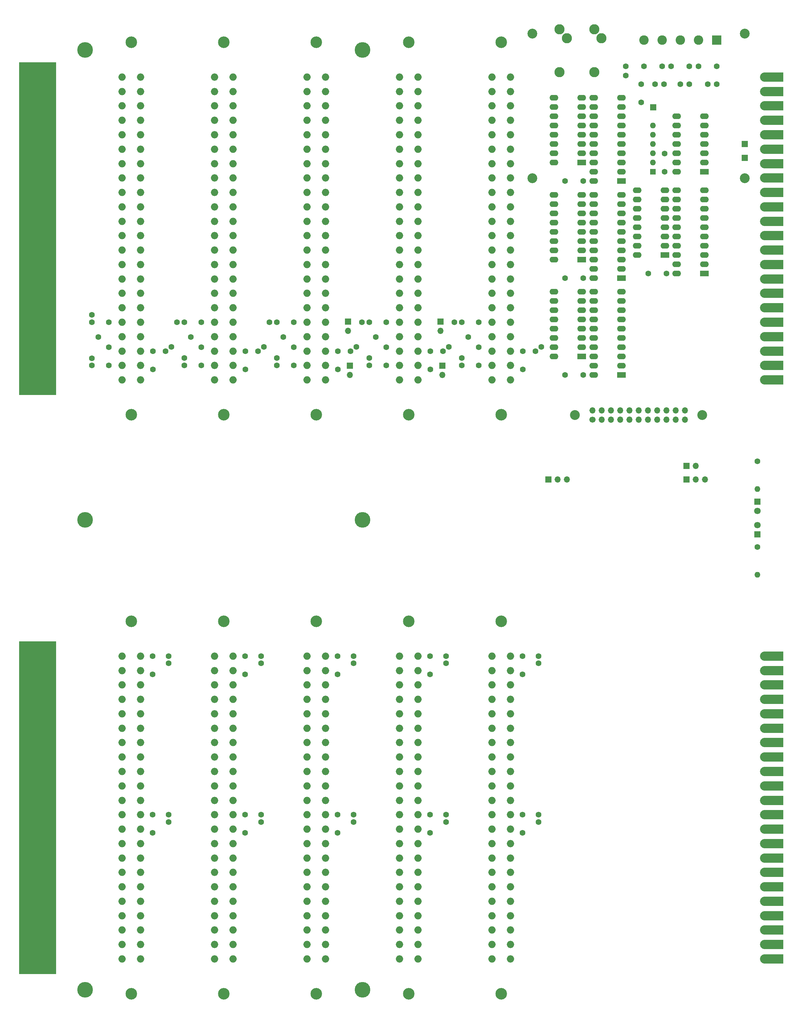
<source format=gbr>
%TF.GenerationSoftware,KiCad,Pcbnew,7.0.9*%
%TF.CreationDate,2023-11-19T22:04:32+01:00*%
%TF.ProjectId,kim-1-mtu-motherboard,6b696d2d-312d-46d7-9475-2d6d6f746865,rev?*%
%TF.SameCoordinates,Original*%
%TF.FileFunction,Soldermask,Bot*%
%TF.FilePolarity,Negative*%
%FSLAX46Y46*%
G04 Gerber Fmt 4.6, Leading zero omitted, Abs format (unit mm)*
G04 Created by KiCad (PCBNEW 7.0.9) date 2023-11-19 22:04:32*
%MOMM*%
%LPD*%
G01*
G04 APERTURE LIST*
G04 Aperture macros list*
%AMFreePoly0*
4,1,22,-1.270000,3.180000,1.270000,3.180000,1.270000,-1.910000,1.254364,-2.108672,1.198732,-2.329454,1.104571,-2.536755,0.974909,-2.723912,0.813912,-2.884909,0.626755,-3.014571,0.419454,-3.108732,0.198672,-3.164364,0.000000,-3.180000,-0.198672,-3.164364,-0.419454,-3.108732,-0.626755,-3.014571,-0.813912,-2.884909,-0.974909,-2.723912,-1.104571,-2.536755,-1.198732,-2.329454,-1.254364,-2.108672,
-1.270000,-1.910000,-1.270000,3.180000,-1.270000,3.180000,$1*%
%AMFreePoly1*
4,1,22,-1.300000,4.445000,1.300000,4.445000,1.300000,-3.145000,1.280250,-3.370743,1.221600,-3.589626,1.125833,-3.795000,0.995858,-3.980624,0.835624,-4.140858,0.650000,-4.270833,0.444626,-4.366600,0.225743,-4.425250,0.000000,-4.445000,-0.225743,-4.425250,-0.444626,-4.366600,-0.650000,-4.270833,-0.835624,-4.140858,-0.995858,-3.980624,-1.125833,-3.795000,-1.221600,-3.589626,-1.280250,-3.370743,
-1.300000,-3.145000,-1.300000,4.445000,-1.300000,4.445000,$1*%
G04 Aperture macros list end*
%ADD10C,0.120000*%
%ADD11R,2.400000X1.600000*%
%ADD12O,2.400000X1.600000*%
%ADD13C,1.600000*%
%ADD14FreePoly0,270.000000*%
%ADD15C,4.300000*%
%ADD16C,2.800000*%
%ADD17R,1.700000X1.700000*%
%ADD18O,1.700000X1.700000*%
%ADD19FreePoly1,90.000000*%
%ADD20C,2.700000*%
%ADD21O,1.600000X1.600000*%
%ADD22R,1.800000X1.800000*%
%ADD23C,1.800000*%
%ADD24C,3.180000*%
%ADD25O,2.000000X2.000000*%
%ADD26R,2.600000X2.600000*%
%ADD27C,2.600000*%
%ADD28R,1.600000X1.600000*%
%ADD29C,1.700000*%
G04 APERTURE END LIST*
D10*
%TO.C,P14*%
X42870000Y-226870000D02*
X52940000Y-226870000D01*
X52940000Y-226870000D02*
X52940000Y-318110000D01*
X52940000Y-318110000D02*
X42870000Y-318110000D01*
X42870000Y-318110000D02*
X42870000Y-226870000D01*
G36*
X42870000Y-226870000D02*
G01*
X52940000Y-226870000D01*
X52940000Y-318110000D01*
X42870000Y-318110000D01*
X42870000Y-226870000D01*
G37*
%TO.C,P13*%
X42870000Y-67870000D02*
X52940000Y-67870000D01*
X52940000Y-67870000D02*
X52940000Y-159110000D01*
X52940000Y-159110000D02*
X42870000Y-159110000D01*
X42870000Y-159110000D02*
X42870000Y-67870000D01*
G36*
X42870000Y-67870000D02*
G01*
X52940000Y-67870000D01*
X52940000Y-159110000D01*
X42870000Y-159110000D01*
X42870000Y-67870000D01*
G37*
%TD*%
D11*
%TO.C,U1*%
X208260000Y-100470000D03*
D12*
X208260000Y-97930000D03*
X208260000Y-95390000D03*
X208260000Y-92850000D03*
X208260000Y-90310000D03*
X208260000Y-87770000D03*
X208260000Y-85230000D03*
X208260000Y-82690000D03*
X208260000Y-80150000D03*
X208260000Y-77610000D03*
X200640000Y-77610000D03*
X200640000Y-80150000D03*
X200640000Y-82690000D03*
X200640000Y-85230000D03*
X200640000Y-87770000D03*
X200640000Y-90310000D03*
X200640000Y-92850000D03*
X200640000Y-95390000D03*
X200640000Y-97930000D03*
X200640000Y-100470000D03*
%TD*%
D13*
%TO.C,C38*%
X169090000Y-139230000D03*
X166222118Y-143325760D03*
%TD*%
%TO.C,C10*%
X226930000Y-73880000D03*
X224430000Y-73880000D03*
%TD*%
D14*
%TO.C,P12*%
X249550000Y-230910000D03*
X249550000Y-234870000D03*
X249550000Y-238830000D03*
X249550000Y-242790000D03*
X249550000Y-246750000D03*
X249550000Y-250710000D03*
X249550000Y-254670000D03*
X249550000Y-258630000D03*
X249550000Y-262590000D03*
X249550000Y-266550000D03*
X249550000Y-270510000D03*
X249550000Y-274470000D03*
X249550000Y-278430000D03*
X249550000Y-282390000D03*
X249550000Y-286350000D03*
X249550000Y-290310000D03*
X249550000Y-294270000D03*
X249550000Y-298230000D03*
X249550000Y-302190000D03*
X249550000Y-306150000D03*
X249550000Y-310110000D03*
X249550000Y-314070000D03*
%TD*%
D11*
%TO.C,U3*%
X208260000Y-153730000D03*
D12*
X208260000Y-151190000D03*
X208260000Y-148650000D03*
X208260000Y-146110000D03*
X208260000Y-143570000D03*
X208260000Y-141030000D03*
X208260000Y-138490000D03*
X208260000Y-135950000D03*
X208260000Y-133410000D03*
X208260000Y-130870000D03*
X200640000Y-130870000D03*
X200640000Y-133410000D03*
X200640000Y-135950000D03*
X200640000Y-138490000D03*
X200640000Y-141030000D03*
X200640000Y-143570000D03*
X200640000Y-146110000D03*
X200640000Y-148650000D03*
X200640000Y-151190000D03*
X200640000Y-153730000D03*
%TD*%
D13*
%TO.C,C52*%
X155740000Y-230910000D03*
X155740000Y-235910000D03*
%TD*%
%TO.C,C45*%
X109330000Y-230910000D03*
X109330000Y-232910000D03*
%TD*%
%TO.C,C27*%
X159280000Y-147150000D03*
X160918304Y-146002847D03*
%TD*%
%TO.C,C17*%
X139000000Y-151080000D03*
X139000000Y-149080000D03*
%TD*%
%TO.C,C37*%
X143690000Y-139230000D03*
X140822118Y-143325760D03*
%TD*%
D15*
%TO.C,*%
X137140000Y-193500000D03*
%TD*%
D16*
%TO.C,J3*%
X191290000Y-58800000D03*
X193290000Y-61250000D03*
X191290000Y-70600000D03*
%TD*%
D13*
%TO.C,C41*%
X130400000Y-147150000D03*
X130400000Y-152150000D03*
%TD*%
%TO.C,C11*%
X234500000Y-73880000D03*
X232000000Y-73880000D03*
%TD*%
D17*
%TO.C,J6*%
X188190000Y-182380000D03*
D18*
X190730000Y-182380000D03*
X193270000Y-182380000D03*
%TD*%
D19*
%TO.C,P14*%
X48240000Y-230910000D03*
X48240000Y-234870000D03*
X48240000Y-238830000D03*
X48240000Y-242790000D03*
X48240000Y-246750000D03*
X48240000Y-250710000D03*
X48240000Y-254670000D03*
X48240000Y-258630000D03*
X48240000Y-262590000D03*
X48240000Y-266550000D03*
X48240000Y-270510000D03*
X48240000Y-274470000D03*
X48240000Y-278430000D03*
X48240000Y-282390000D03*
X48240000Y-286350000D03*
X48240000Y-290310000D03*
X48240000Y-294270000D03*
X48240000Y-298230000D03*
X48240000Y-302190000D03*
X48240000Y-306150000D03*
X48240000Y-310110000D03*
X48240000Y-314070000D03*
%TD*%
D13*
%TO.C,C53*%
X181140000Y-230910000D03*
X181140000Y-235910000D03*
%TD*%
D20*
%TO.C,REF\u002A\u002A*%
X242180000Y-99680000D03*
%TD*%
D13*
%TO.C,C54*%
X83930000Y-274470000D03*
X83930000Y-276470000D03*
%TD*%
D11*
%TO.C,RN4*%
X220240000Y-120750000D03*
D12*
X220240000Y-118210000D03*
X220240000Y-115670000D03*
X220240000Y-113130000D03*
X220240000Y-110590000D03*
X220240000Y-108050000D03*
X220240000Y-105510000D03*
X220240000Y-102970000D03*
X212620000Y-102970000D03*
X212620000Y-105510000D03*
X212620000Y-108050000D03*
X212620000Y-110590000D03*
X212620000Y-113130000D03*
X212620000Y-115670000D03*
X212620000Y-118210000D03*
X212620000Y-120750000D03*
%TD*%
D13*
%TO.C,C30*%
X92860000Y-151110000D03*
X92860000Y-146110000D03*
%TD*%
%TO.C,R2*%
X245670000Y-200930000D03*
D21*
X245670000Y-208550000D03*
%TD*%
D20*
%TO.C,REF\u002A\u002A*%
X242180000Y-59950000D03*
%TD*%
D13*
%TO.C,C20*%
X88200000Y-139230000D03*
X86200000Y-139230000D03*
%TD*%
%TO.C,C18*%
X164400000Y-151080000D03*
X164400000Y-149080000D03*
%TD*%
%TO.C,C5*%
X220160000Y-97920000D03*
X220160000Y-92920000D03*
%TD*%
D17*
%TO.C,J12*%
X159100000Y-151150000D03*
D18*
X159100000Y-153690000D03*
%TD*%
D22*
%TO.C,D2*%
X245670000Y-197490000D03*
D23*
X245670000Y-194950000D03*
%TD*%
D24*
%TO.C,P8*%
X99040000Y-221335000D03*
X99040000Y-323645000D03*
D25*
X96500000Y-230910000D03*
X96500000Y-234870000D03*
X96500000Y-238830000D03*
X96500000Y-242790000D03*
X96500000Y-246750000D03*
X96500000Y-250710000D03*
X96500000Y-254670000D03*
X96500000Y-258630000D03*
X96500000Y-262590000D03*
X96500000Y-266550000D03*
X96500000Y-270510000D03*
X96500000Y-274470000D03*
X96500000Y-278430000D03*
X96500000Y-282390000D03*
X96500000Y-286350000D03*
X96500000Y-290310000D03*
X96500000Y-294270000D03*
X96500000Y-298230000D03*
X96500000Y-302190000D03*
X96500000Y-306150000D03*
X96500000Y-310110000D03*
X96500000Y-314070000D03*
X101580000Y-230910000D03*
X101580000Y-234870000D03*
X101580000Y-238830000D03*
X101580000Y-242790000D03*
X101580000Y-246750000D03*
X101580000Y-250710000D03*
X101580000Y-254670000D03*
X101580000Y-258630000D03*
X101580000Y-262590000D03*
X101580000Y-266550000D03*
X101580000Y-270510000D03*
X101580000Y-274470000D03*
X101580000Y-278430000D03*
X101580000Y-282390000D03*
X101580000Y-286350000D03*
X101580000Y-290310000D03*
X101580000Y-294270000D03*
X101580000Y-298230000D03*
X101580000Y-302190000D03*
X101580000Y-306150000D03*
X101580000Y-310110000D03*
X101580000Y-314070000D03*
%TD*%
D13*
%TO.C,C39*%
X79600000Y-147150000D03*
X79600000Y-152150000D03*
%TD*%
%TO.C,C6*%
X221910000Y-68970000D03*
X226910000Y-68970000D03*
%TD*%
%TO.C,C22*%
X139000000Y-139230000D03*
X137000000Y-139230000D03*
%TD*%
%TO.C,C14*%
X62800000Y-151110000D03*
X62800000Y-149110000D03*
%TD*%
D24*
%TO.C,P11*%
X175240000Y-221335000D03*
X175240000Y-323645000D03*
D25*
X172700000Y-230910000D03*
X172700000Y-234870000D03*
X172700000Y-238830000D03*
X172700000Y-242790000D03*
X172700000Y-246750000D03*
X172700000Y-250710000D03*
X172700000Y-254670000D03*
X172700000Y-258630000D03*
X172700000Y-262590000D03*
X172700000Y-266550000D03*
X172700000Y-270510000D03*
X172700000Y-274470000D03*
X172700000Y-278430000D03*
X172700000Y-282390000D03*
X172700000Y-286350000D03*
X172700000Y-290310000D03*
X172700000Y-294270000D03*
X172700000Y-298230000D03*
X172700000Y-302190000D03*
X172700000Y-306150000D03*
X172700000Y-310110000D03*
X172700000Y-314070000D03*
X177780000Y-230910000D03*
X177780000Y-234870000D03*
X177780000Y-238830000D03*
X177780000Y-242790000D03*
X177780000Y-246750000D03*
X177780000Y-250710000D03*
X177780000Y-254670000D03*
X177780000Y-258630000D03*
X177780000Y-262590000D03*
X177780000Y-266550000D03*
X177780000Y-270510000D03*
X177780000Y-274470000D03*
X177780000Y-278430000D03*
X177780000Y-282390000D03*
X177780000Y-286350000D03*
X177780000Y-290310000D03*
X177780000Y-294270000D03*
X177780000Y-298230000D03*
X177780000Y-302190000D03*
X177780000Y-306150000D03*
X177780000Y-310110000D03*
X177780000Y-314070000D03*
%TD*%
D13*
%TO.C,C24*%
X83080000Y-147150000D03*
X84718304Y-146002847D03*
%TD*%
D26*
%TO.C,J1*%
X234500000Y-61755000D03*
D27*
X229500000Y-61755000D03*
X224500000Y-61755000D03*
X219500000Y-61755000D03*
X214500000Y-61755000D03*
%TD*%
D13*
%TO.C,C25*%
X108480000Y-147150000D03*
X110118304Y-146002847D03*
%TD*%
D17*
%TO.C,J10*%
X217040000Y-80240000D03*
%TD*%
D15*
%TO.C,*%
X137140000Y-64500000D03*
%TD*%
D13*
%TO.C,C58*%
X185530000Y-274470000D03*
X185530000Y-276470000D03*
%TD*%
D24*
%TO.C,P1*%
X73640000Y-62335000D03*
X73640000Y-164645000D03*
D25*
X71100000Y-71910000D03*
X71100000Y-75870000D03*
X71100000Y-79830000D03*
X71100000Y-83790000D03*
X71100000Y-87750000D03*
X71100000Y-91710000D03*
X71100000Y-95670000D03*
X71100000Y-99630000D03*
X71100000Y-103590000D03*
X71100000Y-107550000D03*
X71100000Y-111510000D03*
X71100000Y-115470000D03*
X71100000Y-119430000D03*
X71100000Y-123390000D03*
X71100000Y-127350000D03*
X71100000Y-131310000D03*
X71100000Y-135270000D03*
X71100000Y-139230000D03*
X71100000Y-143190000D03*
X71100000Y-147150000D03*
X71100000Y-151110000D03*
X71100000Y-155070000D03*
X76180000Y-71910000D03*
X76180000Y-75870000D03*
X76180000Y-79830000D03*
X76180000Y-83790000D03*
X76180000Y-87750000D03*
X76180000Y-91710000D03*
X76180000Y-95670000D03*
X76180000Y-99630000D03*
X76180000Y-103590000D03*
X76180000Y-107550000D03*
X76180000Y-111510000D03*
X76180000Y-115470000D03*
X76180000Y-119430000D03*
X76180000Y-123390000D03*
X76180000Y-127350000D03*
X76180000Y-131310000D03*
X76180000Y-135270000D03*
X76180000Y-139230000D03*
X76180000Y-143190000D03*
X76180000Y-147150000D03*
X76180000Y-151110000D03*
X76180000Y-155070000D03*
%TD*%
D13*
%TO.C,C49*%
X79540000Y-230910000D03*
X79540000Y-235910000D03*
%TD*%
%TO.C,R1*%
X245650000Y-177400000D03*
D21*
X245650000Y-185020000D03*
%TD*%
D20*
%TO.C,REF\u002A\u002A*%
X183840000Y-99680000D03*
%TD*%
D13*
%TO.C,C43*%
X181200000Y-147150000D03*
X181200000Y-152150000D03*
%TD*%
D20*
%TO.C,REF\u002A\u002A*%
X195540000Y-164710000D03*
%TD*%
D13*
%TO.C,C55*%
X109330000Y-274470000D03*
X109330000Y-276470000D03*
%TD*%
D14*
%TO.C,P6*%
X249550000Y-71910000D03*
X249550000Y-75870000D03*
X249550000Y-79830000D03*
X249550000Y-83790000D03*
X249550000Y-87750000D03*
X249550000Y-91710000D03*
X249550000Y-95670000D03*
X249550000Y-99630000D03*
X249550000Y-103590000D03*
X249550000Y-107550000D03*
X249550000Y-111510000D03*
X249550000Y-115470000D03*
X249550000Y-119430000D03*
X249550000Y-123390000D03*
X249550000Y-127350000D03*
X249550000Y-131310000D03*
X249550000Y-135270000D03*
X249550000Y-139230000D03*
X249550000Y-143190000D03*
X249550000Y-147150000D03*
X249550000Y-151110000D03*
X249550000Y-155070000D03*
%TD*%
D13*
%TO.C,C16*%
X113600000Y-151080000D03*
X113600000Y-149080000D03*
%TD*%
D15*
%TO.C,*%
X61000000Y-193500000D03*
%TD*%
D13*
%TO.C,C29*%
X67460000Y-151110000D03*
X67460000Y-146110000D03*
%TD*%
D15*
%TO.C,*%
X61000000Y-64500000D03*
%TD*%
D17*
%TO.C,J13*%
X133170000Y-139100000D03*
D18*
X133170000Y-141640000D03*
%TD*%
D19*
%TO.C,P13*%
X48240000Y-71910000D03*
X48240000Y-75870000D03*
X48240000Y-79830000D03*
X48240000Y-83790000D03*
X48240000Y-87750000D03*
X48240000Y-91710000D03*
X48240000Y-95670000D03*
X48240000Y-99630000D03*
X48240000Y-103590000D03*
X48240000Y-107550000D03*
X48240000Y-111510000D03*
X48240000Y-115470000D03*
X48240000Y-119430000D03*
X48240000Y-123390000D03*
X48240000Y-127350000D03*
X48240000Y-131310000D03*
X48240000Y-135270000D03*
X48240000Y-139230000D03*
X48240000Y-143190000D03*
X48240000Y-147150000D03*
X48240000Y-151110000D03*
X48240000Y-155070000D03*
%TD*%
D11*
%TO.C,RN1*%
X197350000Y-95390000D03*
D12*
X197350000Y-92850000D03*
X197350000Y-90310000D03*
X197350000Y-87770000D03*
X197350000Y-85230000D03*
X197350000Y-82690000D03*
X197350000Y-80150000D03*
X197350000Y-77610000D03*
X189730000Y-77610000D03*
X189730000Y-80150000D03*
X189730000Y-82690000D03*
X189730000Y-85230000D03*
X189730000Y-87770000D03*
X189730000Y-90310000D03*
X189730000Y-92850000D03*
X189730000Y-95390000D03*
%TD*%
D13*
%TO.C,C40*%
X105000000Y-147150000D03*
X105000000Y-152150000D03*
%TD*%
%TO.C,C59*%
X79540000Y-274470000D03*
X79540000Y-279470000D03*
%TD*%
%TO.C,C1*%
X197840000Y-100470000D03*
X192840000Y-100470000D03*
%TD*%
D16*
%TO.C,J2*%
X200810000Y-58800000D03*
X202810000Y-61250000D03*
X200810000Y-70600000D03*
%TD*%
D13*
%TO.C,C31*%
X118260000Y-151110000D03*
X118260000Y-146110000D03*
%TD*%
D24*
%TO.C,P4*%
X149840000Y-62335000D03*
X149840000Y-164645000D03*
D25*
X147300000Y-71910000D03*
X147300000Y-75870000D03*
X147300000Y-79830000D03*
X147300000Y-83790000D03*
X147300000Y-87750000D03*
X147300000Y-91710000D03*
X147300000Y-95670000D03*
X147300000Y-99630000D03*
X147300000Y-103590000D03*
X147300000Y-107550000D03*
X147300000Y-111510000D03*
X147300000Y-115470000D03*
X147300000Y-119430000D03*
X147300000Y-123390000D03*
X147300000Y-127350000D03*
X147300000Y-131310000D03*
X147300000Y-135270000D03*
X147300000Y-139230000D03*
X147300000Y-143190000D03*
X147300000Y-147150000D03*
X147300000Y-151110000D03*
X147300000Y-155070000D03*
X152380000Y-71910000D03*
X152380000Y-75870000D03*
X152380000Y-79830000D03*
X152380000Y-83790000D03*
X152380000Y-87750000D03*
X152380000Y-91710000D03*
X152380000Y-95670000D03*
X152380000Y-99630000D03*
X152380000Y-103590000D03*
X152380000Y-107550000D03*
X152380000Y-111510000D03*
X152380000Y-115470000D03*
X152380000Y-119430000D03*
X152380000Y-123390000D03*
X152380000Y-127350000D03*
X152380000Y-131310000D03*
X152380000Y-135270000D03*
X152380000Y-139230000D03*
X152380000Y-143190000D03*
X152380000Y-147150000D03*
X152380000Y-151110000D03*
X152380000Y-155070000D03*
%TD*%
D13*
%TO.C,C21*%
X113600000Y-139230000D03*
X111600000Y-139230000D03*
%TD*%
%TO.C,C56*%
X134730000Y-274470000D03*
X134730000Y-276470000D03*
%TD*%
%TO.C,C57*%
X160130000Y-274470000D03*
X160130000Y-276470000D03*
%TD*%
%TO.C,C44*%
X83930000Y-230910000D03*
X83930000Y-232910000D03*
%TD*%
%TO.C,C32*%
X143660000Y-151110000D03*
X143660000Y-146110000D03*
%TD*%
%TO.C,C35*%
X92890000Y-139230000D03*
X90022118Y-143325760D03*
%TD*%
%TO.C,C50*%
X104940000Y-230910000D03*
X104940000Y-235910000D03*
%TD*%
D17*
%TO.C,J11*%
X158570000Y-139100000D03*
D18*
X158570000Y-141640000D03*
%TD*%
D11*
%TO.C,U2*%
X208260000Y-127100000D03*
D12*
X208260000Y-124560000D03*
X208260000Y-122020000D03*
X208260000Y-119480000D03*
X208260000Y-116940000D03*
X208260000Y-114400000D03*
X208260000Y-111860000D03*
X208260000Y-109320000D03*
X208260000Y-106780000D03*
X208260000Y-104240000D03*
X200640000Y-104240000D03*
X200640000Y-106780000D03*
X200640000Y-109320000D03*
X200640000Y-111860000D03*
X200640000Y-114400000D03*
X200640000Y-116940000D03*
X200640000Y-119480000D03*
X200640000Y-122020000D03*
X200640000Y-124560000D03*
X200640000Y-127100000D03*
%TD*%
D13*
%TO.C,C63*%
X181140000Y-274470000D03*
X181140000Y-279470000D03*
%TD*%
%TO.C,C8*%
X219500000Y-68970000D03*
X214500000Y-68970000D03*
%TD*%
D24*
%TO.C,P7*%
X73640000Y-221335000D03*
X73640000Y-323645000D03*
D25*
X71100000Y-230910000D03*
X71100000Y-234870000D03*
X71100000Y-238830000D03*
X71100000Y-242790000D03*
X71100000Y-246750000D03*
X71100000Y-250710000D03*
X71100000Y-254670000D03*
X71100000Y-258630000D03*
X71100000Y-262590000D03*
X71100000Y-266550000D03*
X71100000Y-270510000D03*
X71100000Y-274470000D03*
X71100000Y-278430000D03*
X71100000Y-282390000D03*
X71100000Y-286350000D03*
X71100000Y-290310000D03*
X71100000Y-294270000D03*
X71100000Y-298230000D03*
X71100000Y-302190000D03*
X71100000Y-306150000D03*
X71100000Y-310110000D03*
X71100000Y-314070000D03*
X76180000Y-230910000D03*
X76180000Y-234870000D03*
X76180000Y-238830000D03*
X76180000Y-242790000D03*
X76180000Y-246750000D03*
X76180000Y-250710000D03*
X76180000Y-254670000D03*
X76180000Y-258630000D03*
X76180000Y-262590000D03*
X76180000Y-266550000D03*
X76180000Y-270510000D03*
X76180000Y-274470000D03*
X76180000Y-278430000D03*
X76180000Y-282390000D03*
X76180000Y-286350000D03*
X76180000Y-290310000D03*
X76180000Y-294270000D03*
X76180000Y-298230000D03*
X76180000Y-302190000D03*
X76180000Y-306150000D03*
X76180000Y-310110000D03*
X76180000Y-314070000D03*
%TD*%
D13*
%TO.C,C4*%
X220640000Y-125830000D03*
X215640000Y-125830000D03*
%TD*%
D15*
%TO.C,*%
X61000000Y-322500000D03*
%TD*%
D13*
%TO.C,C36*%
X118290000Y-139230000D03*
X115422118Y-143325760D03*
%TD*%
%TO.C,C19*%
X62800000Y-139230000D03*
X62800000Y-137230000D03*
%TD*%
D22*
%TO.C,D1*%
X245660000Y-188490000D03*
D23*
X245660000Y-191030000D03*
%TD*%
D24*
%TO.C,P3*%
X124440000Y-62335000D03*
X124440000Y-164645000D03*
D25*
X121900000Y-71910000D03*
X121900000Y-75870000D03*
X121900000Y-79830000D03*
X121900000Y-83790000D03*
X121900000Y-87750000D03*
X121900000Y-91710000D03*
X121900000Y-95670000D03*
X121900000Y-99630000D03*
X121900000Y-103590000D03*
X121900000Y-107550000D03*
X121900000Y-111510000D03*
X121900000Y-115470000D03*
X121900000Y-119430000D03*
X121900000Y-123390000D03*
X121900000Y-127350000D03*
X121900000Y-131310000D03*
X121900000Y-135270000D03*
X121900000Y-139230000D03*
X121900000Y-143190000D03*
X121900000Y-147150000D03*
X121900000Y-151110000D03*
X121900000Y-155070000D03*
X126980000Y-71910000D03*
X126980000Y-75870000D03*
X126980000Y-79830000D03*
X126980000Y-83790000D03*
X126980000Y-87750000D03*
X126980000Y-91710000D03*
X126980000Y-95670000D03*
X126980000Y-99630000D03*
X126980000Y-103590000D03*
X126980000Y-107550000D03*
X126980000Y-111510000D03*
X126980000Y-115470000D03*
X126980000Y-119430000D03*
X126980000Y-123390000D03*
X126980000Y-127350000D03*
X126980000Y-131310000D03*
X126980000Y-135270000D03*
X126980000Y-139230000D03*
X126980000Y-143190000D03*
X126980000Y-147150000D03*
X126980000Y-151110000D03*
X126980000Y-155070000D03*
%TD*%
D13*
%TO.C,C15*%
X88200000Y-151080000D03*
X88200000Y-149080000D03*
%TD*%
%TO.C,C26*%
X133880000Y-147150000D03*
X135518304Y-146002847D03*
%TD*%
%TO.C,C3*%
X197840000Y-153730000D03*
X192840000Y-153730000D03*
%TD*%
D17*
%TO.C,J8*%
X242180000Y-94140000D03*
%TD*%
%TO.C,J14*%
X133700000Y-151150000D03*
D18*
X133700000Y-153690000D03*
%TD*%
D24*
%TO.C,P5*%
X175240000Y-62335000D03*
X175240000Y-164645000D03*
D25*
X172700000Y-71910000D03*
X172700000Y-75870000D03*
X172700000Y-79830000D03*
X172700000Y-83790000D03*
X172700000Y-87750000D03*
X172700000Y-91710000D03*
X172700000Y-95670000D03*
X172700000Y-99630000D03*
X172700000Y-103590000D03*
X172700000Y-107550000D03*
X172700000Y-111510000D03*
X172700000Y-115470000D03*
X172700000Y-119430000D03*
X172700000Y-123390000D03*
X172700000Y-127350000D03*
X172700000Y-131310000D03*
X172700000Y-135270000D03*
X172700000Y-139230000D03*
X172700000Y-143190000D03*
X172700000Y-147150000D03*
X172700000Y-151110000D03*
X172700000Y-155070000D03*
X177780000Y-71910000D03*
X177780000Y-75870000D03*
X177780000Y-79830000D03*
X177780000Y-83790000D03*
X177780000Y-87750000D03*
X177780000Y-91710000D03*
X177780000Y-95670000D03*
X177780000Y-99630000D03*
X177780000Y-103590000D03*
X177780000Y-107550000D03*
X177780000Y-111510000D03*
X177780000Y-115470000D03*
X177780000Y-119430000D03*
X177780000Y-123390000D03*
X177780000Y-127350000D03*
X177780000Y-131310000D03*
X177780000Y-135270000D03*
X177780000Y-139230000D03*
X177780000Y-143190000D03*
X177780000Y-147150000D03*
X177780000Y-151110000D03*
X177780000Y-155070000D03*
%TD*%
D13*
%TO.C,C42*%
X155800000Y-147150000D03*
X155800000Y-152150000D03*
%TD*%
%TO.C,C12*%
X209490000Y-68970000D03*
X209490000Y-71470000D03*
%TD*%
D17*
%TO.C,J4*%
X226160000Y-182380000D03*
D18*
X228700000Y-182380000D03*
X231240000Y-182380000D03*
%TD*%
D11*
%TO.C,RN2*%
X197350000Y-122020000D03*
D12*
X197350000Y-119480000D03*
X197350000Y-116940000D03*
X197350000Y-114400000D03*
X197350000Y-111860000D03*
X197350000Y-109320000D03*
X197350000Y-106780000D03*
X197350000Y-104240000D03*
X189730000Y-104240000D03*
X189730000Y-106780000D03*
X189730000Y-109320000D03*
X189730000Y-111860000D03*
X189730000Y-114400000D03*
X189730000Y-116940000D03*
X189730000Y-119480000D03*
X189730000Y-122020000D03*
%TD*%
D20*
%TO.C,REF\u002A\u002A*%
X183840000Y-59950000D03*
%TD*%
D11*
%TO.C,U4*%
X231060000Y-125830000D03*
D12*
X231060000Y-123290000D03*
X231060000Y-120750000D03*
X231060000Y-118210000D03*
X231060000Y-115670000D03*
X231060000Y-113130000D03*
X231060000Y-110590000D03*
X231060000Y-108050000D03*
X231060000Y-105510000D03*
X231060000Y-102970000D03*
X223440000Y-102970000D03*
X223440000Y-105510000D03*
X223440000Y-108050000D03*
X223440000Y-110590000D03*
X223440000Y-113130000D03*
X223440000Y-115670000D03*
X223440000Y-118210000D03*
X223440000Y-120750000D03*
X223440000Y-123290000D03*
X223440000Y-125830000D03*
%TD*%
D17*
%TO.C,J9*%
X242180000Y-90290000D03*
%TD*%
D13*
%TO.C,C61*%
X130340000Y-274470000D03*
X130340000Y-279470000D03*
%TD*%
%TO.C,C2*%
X197840000Y-127100000D03*
X192840000Y-127100000D03*
%TD*%
%TO.C,C13*%
X217500000Y-73880000D03*
X220000000Y-73880000D03*
%TD*%
D24*
%TO.C,P10*%
X149840000Y-221335000D03*
X149840000Y-323645000D03*
D25*
X147300000Y-230910000D03*
X147300000Y-234870000D03*
X147300000Y-238830000D03*
X147300000Y-242790000D03*
X147300000Y-246750000D03*
X147300000Y-250710000D03*
X147300000Y-254670000D03*
X147300000Y-258630000D03*
X147300000Y-262590000D03*
X147300000Y-266550000D03*
X147300000Y-270510000D03*
X147300000Y-274470000D03*
X147300000Y-278430000D03*
X147300000Y-282390000D03*
X147300000Y-286350000D03*
X147300000Y-290310000D03*
X147300000Y-294270000D03*
X147300000Y-298230000D03*
X147300000Y-302190000D03*
X147300000Y-306150000D03*
X147300000Y-310110000D03*
X147300000Y-314070000D03*
X152380000Y-230910000D03*
X152380000Y-234870000D03*
X152380000Y-238830000D03*
X152380000Y-242790000D03*
X152380000Y-246750000D03*
X152380000Y-250710000D03*
X152380000Y-254670000D03*
X152380000Y-258630000D03*
X152380000Y-262590000D03*
X152380000Y-266550000D03*
X152380000Y-270510000D03*
X152380000Y-274470000D03*
X152380000Y-278430000D03*
X152380000Y-282390000D03*
X152380000Y-286350000D03*
X152380000Y-290310000D03*
X152380000Y-294270000D03*
X152380000Y-298230000D03*
X152380000Y-302190000D03*
X152380000Y-306150000D03*
X152380000Y-310110000D03*
X152380000Y-314070000D03*
%TD*%
D13*
%TO.C,C9*%
X213740000Y-78880000D03*
X213740000Y-73880000D03*
%TD*%
D15*
%TO.C,*%
X137140000Y-322500000D03*
%TD*%
D11*
%TO.C,RN3*%
X197350000Y-148640000D03*
D12*
X197350000Y-146100000D03*
X197350000Y-143560000D03*
X197350000Y-141020000D03*
X197350000Y-138480000D03*
X197350000Y-135940000D03*
X197350000Y-133400000D03*
X197350000Y-130860000D03*
X189730000Y-130860000D03*
X189730000Y-133400000D03*
X189730000Y-135940000D03*
X189730000Y-138480000D03*
X189730000Y-141020000D03*
X189730000Y-143560000D03*
X189730000Y-146100000D03*
X189730000Y-148640000D03*
%TD*%
D11*
%TO.C,U5*%
X231060000Y-97930000D03*
D12*
X231060000Y-95390000D03*
X231060000Y-92850000D03*
X231060000Y-90310000D03*
X231060000Y-87770000D03*
X231060000Y-85230000D03*
X231060000Y-82690000D03*
X223440000Y-82690000D03*
X223440000Y-85230000D03*
X223440000Y-87770000D03*
X223440000Y-90310000D03*
X223440000Y-92850000D03*
X223440000Y-95390000D03*
X223440000Y-97930000D03*
%TD*%
D24*
%TO.C,P9*%
X124440000Y-221335000D03*
X124440000Y-323645000D03*
D25*
X121900000Y-230910000D03*
X121900000Y-234870000D03*
X121900000Y-238830000D03*
X121900000Y-242790000D03*
X121900000Y-246750000D03*
X121900000Y-250710000D03*
X121900000Y-254670000D03*
X121900000Y-258630000D03*
X121900000Y-262590000D03*
X121900000Y-266550000D03*
X121900000Y-270510000D03*
X121900000Y-274470000D03*
X121900000Y-278430000D03*
X121900000Y-282390000D03*
X121900000Y-286350000D03*
X121900000Y-290310000D03*
X121900000Y-294270000D03*
X121900000Y-298230000D03*
X121900000Y-302190000D03*
X121900000Y-306150000D03*
X121900000Y-310110000D03*
X121900000Y-314070000D03*
X126980000Y-230910000D03*
X126980000Y-234870000D03*
X126980000Y-238830000D03*
X126980000Y-242790000D03*
X126980000Y-246750000D03*
X126980000Y-250710000D03*
X126980000Y-254670000D03*
X126980000Y-258630000D03*
X126980000Y-262590000D03*
X126980000Y-266550000D03*
X126980000Y-270510000D03*
X126980000Y-274470000D03*
X126980000Y-278430000D03*
X126980000Y-282390000D03*
X126980000Y-286350000D03*
X126980000Y-290310000D03*
X126980000Y-294270000D03*
X126980000Y-298230000D03*
X126980000Y-302190000D03*
X126980000Y-306150000D03*
X126980000Y-310110000D03*
X126980000Y-314070000D03*
%TD*%
D17*
%TO.C,J5*%
X226160000Y-178680000D03*
D18*
X228700000Y-178680000D03*
%TD*%
D13*
%TO.C,C48*%
X185530000Y-230910000D03*
X185530000Y-232910000D03*
%TD*%
%TO.C,C51*%
X130340000Y-230910000D03*
X130340000Y-235910000D03*
%TD*%
%TO.C,C60*%
X104940000Y-274470000D03*
X104940000Y-279470000D03*
%TD*%
%TO.C,C33*%
X169060000Y-151110000D03*
X169060000Y-146110000D03*
%TD*%
%TO.C,C47*%
X160130000Y-230910000D03*
X160130000Y-232910000D03*
%TD*%
D20*
%TO.C,REF\u002A\u002A*%
X230470000Y-164710000D03*
%TD*%
D13*
%TO.C,C62*%
X155740000Y-274470000D03*
X155740000Y-279470000D03*
%TD*%
D28*
%TO.C,RN5*%
X216960000Y-97930000D03*
D21*
X216960000Y-95390000D03*
X216960000Y-92850000D03*
X216960000Y-90310000D03*
X216960000Y-87770000D03*
X216960000Y-85230000D03*
%TD*%
D13*
%TO.C,C28*%
X184680000Y-147150000D03*
X186318304Y-146002847D03*
%TD*%
D29*
%TO.C,J7*%
X200300000Y-165980000D03*
D18*
X200300000Y-163440000D03*
X202840000Y-165980000D03*
X202840000Y-163440000D03*
X205380000Y-165980000D03*
X205380000Y-163440000D03*
X207920000Y-165980000D03*
X207920000Y-163440000D03*
X210460000Y-165980000D03*
X210460000Y-163440000D03*
X213000000Y-165980000D03*
X213000000Y-163440000D03*
X215540000Y-165980000D03*
X215540000Y-163440000D03*
X218080000Y-165980000D03*
X218080000Y-163440000D03*
X220620000Y-165980000D03*
X220620000Y-163440000D03*
X223160000Y-165980000D03*
X223160000Y-163440000D03*
X225700000Y-165980000D03*
X225700000Y-163440000D03*
%TD*%
D13*
%TO.C,C7*%
X229460000Y-68970000D03*
X234460000Y-68970000D03*
%TD*%
D24*
%TO.C,P2*%
X99040000Y-62335000D03*
X99040000Y-164645000D03*
D25*
X96500000Y-71910000D03*
X96500000Y-75870000D03*
X96500000Y-79830000D03*
X96500000Y-83790000D03*
X96500000Y-87750000D03*
X96500000Y-91710000D03*
X96500000Y-95670000D03*
X96500000Y-99630000D03*
X96500000Y-103590000D03*
X96500000Y-107550000D03*
X96500000Y-111510000D03*
X96500000Y-115470000D03*
X96500000Y-119430000D03*
X96500000Y-123390000D03*
X96500000Y-127350000D03*
X96500000Y-131310000D03*
X96500000Y-135270000D03*
X96500000Y-139230000D03*
X96500000Y-143190000D03*
X96500000Y-147150000D03*
X96500000Y-151110000D03*
X96500000Y-155070000D03*
X101580000Y-71910000D03*
X101580000Y-75870000D03*
X101580000Y-79830000D03*
X101580000Y-83790000D03*
X101580000Y-87750000D03*
X101580000Y-91710000D03*
X101580000Y-95670000D03*
X101580000Y-99630000D03*
X101580000Y-103590000D03*
X101580000Y-107550000D03*
X101580000Y-111510000D03*
X101580000Y-115470000D03*
X101580000Y-119430000D03*
X101580000Y-123390000D03*
X101580000Y-127350000D03*
X101580000Y-131310000D03*
X101580000Y-135270000D03*
X101580000Y-139230000D03*
X101580000Y-143190000D03*
X101580000Y-147150000D03*
X101580000Y-151110000D03*
X101580000Y-155070000D03*
%TD*%
D13*
%TO.C,C23*%
X164400000Y-139230000D03*
X162400000Y-139230000D03*
%TD*%
%TO.C,C34*%
X67490000Y-139230000D03*
X64622118Y-143325760D03*
%TD*%
%TO.C,C46*%
X134730000Y-230910000D03*
X134730000Y-232910000D03*
%TD*%
M02*

</source>
